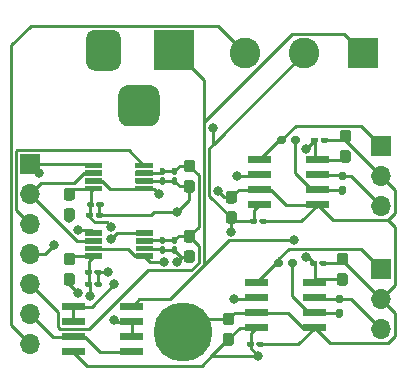
<source format=gbr>
%TF.GenerationSoftware,KiCad,Pcbnew,5.1.9+dfsg1-1+deb11u1*%
%TF.CreationDate,2023-02-23T11:19:56-05:00*%
%TF.ProjectId,DAC8811-sch,44414338-3831-4312-9d73-63682e6b6963,rev?*%
%TF.SameCoordinates,Original*%
%TF.FileFunction,Copper,L1,Top*%
%TF.FilePolarity,Positive*%
%FSLAX46Y46*%
G04 Gerber Fmt 4.6, Leading zero omitted, Abs format (unit mm)*
G04 Created by KiCad (PCBNEW 5.1.9+dfsg1-1+deb11u1) date 2023-02-23 11:19:56*
%MOMM*%
%LPD*%
G01*
G04 APERTURE LIST*
%TA.AperFunction,ComponentPad*%
%ADD10R,1.700000X1.700000*%
%TD*%
%TA.AperFunction,ComponentPad*%
%ADD11O,1.700000X1.700000*%
%TD*%
%TA.AperFunction,ComponentPad*%
%ADD12R,3.500000X3.500000*%
%TD*%
%TA.AperFunction,ComponentPad*%
%ADD13R,2.600000X2.600000*%
%TD*%
%TA.AperFunction,ComponentPad*%
%ADD14C,2.600000*%
%TD*%
%TA.AperFunction,ComponentPad*%
%ADD15C,5.000000*%
%TD*%
%TA.AperFunction,ViaPad*%
%ADD16C,0.800000*%
%TD*%
%TA.AperFunction,Conductor*%
%ADD17C,0.250000*%
%TD*%
G04 APERTURE END LIST*
%TO.P,C1,2*%
%TO.N,GND1*%
%TA.AperFunction,SMDPad,CuDef*%
G36*
G01*
X139683500Y-107879000D02*
X139208500Y-107879000D01*
G75*
G02*
X138971000Y-107641500I0J237500D01*
G01*
X138971000Y-107041500D01*
G75*
G02*
X139208500Y-106804000I237500J0D01*
G01*
X139683500Y-106804000D01*
G75*
G02*
X139921000Y-107041500I0J-237500D01*
G01*
X139921000Y-107641500D01*
G75*
G02*
X139683500Y-107879000I-237500J0D01*
G01*
G37*
%TD.AperFunction*%
%TO.P,C1,1*%
%TO.N,OPAMP_P*%
%TA.AperFunction,SMDPad,CuDef*%
G36*
G01*
X139683500Y-109604000D02*
X139208500Y-109604000D01*
G75*
G02*
X138971000Y-109366500I0J237500D01*
G01*
X138971000Y-108766500D01*
G75*
G02*
X139208500Y-108529000I237500J0D01*
G01*
X139683500Y-108529000D01*
G75*
G02*
X139921000Y-108766500I0J-237500D01*
G01*
X139921000Y-109366500D01*
G75*
G02*
X139683500Y-109604000I-237500J0D01*
G01*
G37*
%TD.AperFunction*%
%TD*%
%TO.P,C2,1*%
%TO.N,GND1*%
%TA.AperFunction,SMDPad,CuDef*%
G36*
G01*
X129556500Y-111984500D02*
X130031500Y-111984500D01*
G75*
G02*
X130269000Y-112222000I0J-237500D01*
G01*
X130269000Y-112822000D01*
G75*
G02*
X130031500Y-113059500I-237500J0D01*
G01*
X129556500Y-113059500D01*
G75*
G02*
X129319000Y-112822000I0J237500D01*
G01*
X129319000Y-112222000D01*
G75*
G02*
X129556500Y-111984500I237500J0D01*
G01*
G37*
%TD.AperFunction*%
%TO.P,C2,2*%
%TO.N,OPAMP_N*%
%TA.AperFunction,SMDPad,CuDef*%
G36*
G01*
X129556500Y-113709500D02*
X130031500Y-113709500D01*
G75*
G02*
X130269000Y-113947000I0J-237500D01*
G01*
X130269000Y-114547000D01*
G75*
G02*
X130031500Y-114784500I-237500J0D01*
G01*
X129556500Y-114784500D01*
G75*
G02*
X129319000Y-114547000I0J237500D01*
G01*
X129319000Y-113947000D01*
G75*
G02*
X129556500Y-113709500I237500J0D01*
G01*
G37*
%TD.AperFunction*%
%TD*%
%TO.P,C3,2*%
%TO.N,GND1*%
%TA.AperFunction,SMDPad,CuDef*%
G36*
G01*
X137350500Y-107796000D02*
X137350500Y-107596000D01*
G75*
G02*
X137450500Y-107496000I100000J0D01*
G01*
X137885500Y-107496000D01*
G75*
G02*
X137985500Y-107596000I0J-100000D01*
G01*
X137985500Y-107796000D01*
G75*
G02*
X137885500Y-107896000I-100000J0D01*
G01*
X137450500Y-107896000D01*
G75*
G02*
X137350500Y-107796000I0J100000D01*
G01*
G37*
%TD.AperFunction*%
%TO.P,C3,1*%
%TO.N,OPAMP_P*%
%TA.AperFunction,SMDPad,CuDef*%
G36*
G01*
X136535500Y-107796000D02*
X136535500Y-107596000D01*
G75*
G02*
X136635500Y-107496000I100000J0D01*
G01*
X137070500Y-107496000D01*
G75*
G02*
X137170500Y-107596000I0J-100000D01*
G01*
X137170500Y-107796000D01*
G75*
G02*
X137070500Y-107896000I-100000J0D01*
G01*
X136635500Y-107896000D01*
G75*
G02*
X136535500Y-107796000I0J100000D01*
G01*
G37*
%TD.AperFunction*%
%TD*%
%TO.P,C4,1*%
%TO.N,GND1*%
%TA.AperFunction,SMDPad,CuDef*%
G36*
G01*
X132805000Y-114454000D02*
X132805000Y-114654000D01*
G75*
G02*
X132705000Y-114754000I-100000J0D01*
G01*
X132270000Y-114754000D01*
G75*
G02*
X132170000Y-114654000I0J100000D01*
G01*
X132170000Y-114454000D01*
G75*
G02*
X132270000Y-114354000I100000J0D01*
G01*
X132705000Y-114354000D01*
G75*
G02*
X132805000Y-114454000I0J-100000D01*
G01*
G37*
%TD.AperFunction*%
%TO.P,C4,2*%
%TO.N,OPAMP_N*%
%TA.AperFunction,SMDPad,CuDef*%
G36*
G01*
X131990000Y-114454000D02*
X131990000Y-114654000D01*
G75*
G02*
X131890000Y-114754000I-100000J0D01*
G01*
X131455000Y-114754000D01*
G75*
G02*
X131355000Y-114654000I0J100000D01*
G01*
X131355000Y-114454000D01*
G75*
G02*
X131455000Y-114354000I100000J0D01*
G01*
X131890000Y-114354000D01*
G75*
G02*
X131990000Y-114454000I0J-100000D01*
G01*
G37*
%TD.AperFunction*%
%TD*%
%TO.P,C5,1*%
%TO.N,DVDD*%
%TA.AperFunction,SMDPad,CuDef*%
G36*
G01*
X126000500Y-115286500D02*
X126475500Y-115286500D01*
G75*
G02*
X126713000Y-115524000I0J-237500D01*
G01*
X126713000Y-116124000D01*
G75*
G02*
X126475500Y-116361500I-237500J0D01*
G01*
X126000500Y-116361500D01*
G75*
G02*
X125763000Y-116124000I0J237500D01*
G01*
X125763000Y-115524000D01*
G75*
G02*
X126000500Y-115286500I237500J0D01*
G01*
G37*
%TD.AperFunction*%
%TO.P,C5,2*%
%TO.N,GND1*%
%TA.AperFunction,SMDPad,CuDef*%
G36*
G01*
X126000500Y-117011500D02*
X126475500Y-117011500D01*
G75*
G02*
X126713000Y-117249000I0J-237500D01*
G01*
X126713000Y-117849000D01*
G75*
G02*
X126475500Y-118086500I-237500J0D01*
G01*
X126000500Y-118086500D01*
G75*
G02*
X125763000Y-117849000I0J237500D01*
G01*
X125763000Y-117249000D01*
G75*
G02*
X126000500Y-117011500I237500J0D01*
G01*
G37*
%TD.AperFunction*%
%TD*%
%TO.P,C6,2*%
%TO.N,GND1*%
%TA.AperFunction,SMDPad,CuDef*%
G36*
G01*
X126000500Y-111069000D02*
X126475500Y-111069000D01*
G75*
G02*
X126713000Y-111306500I0J-237500D01*
G01*
X126713000Y-111906500D01*
G75*
G02*
X126475500Y-112144000I-237500J0D01*
G01*
X126000500Y-112144000D01*
G75*
G02*
X125763000Y-111906500I0J237500D01*
G01*
X125763000Y-111306500D01*
G75*
G02*
X126000500Y-111069000I237500J0D01*
G01*
G37*
%TD.AperFunction*%
%TO.P,C6,1*%
%TO.N,DVDD*%
%TA.AperFunction,SMDPad,CuDef*%
G36*
G01*
X126000500Y-109344000D02*
X126475500Y-109344000D01*
G75*
G02*
X126713000Y-109581500I0J-237500D01*
G01*
X126713000Y-110181500D01*
G75*
G02*
X126475500Y-110419000I-237500J0D01*
G01*
X126000500Y-110419000D01*
G75*
G02*
X125763000Y-110181500I0J237500D01*
G01*
X125763000Y-109581500D01*
G75*
G02*
X126000500Y-109344000I237500J0D01*
G01*
G37*
%TD.AperFunction*%
%TD*%
%TO.P,C7,2*%
%TO.N,GND1*%
%TA.AperFunction,SMDPad,CuDef*%
G36*
G01*
X124868000Y-116676000D02*
X125068000Y-116676000D01*
G75*
G02*
X125168000Y-116776000I0J-100000D01*
G01*
X125168000Y-117211000D01*
G75*
G02*
X125068000Y-117311000I-100000J0D01*
G01*
X124868000Y-117311000D01*
G75*
G02*
X124768000Y-117211000I0J100000D01*
G01*
X124768000Y-116776000D01*
G75*
G02*
X124868000Y-116676000I100000J0D01*
G01*
G37*
%TD.AperFunction*%
%TO.P,C7,1*%
%TO.N,DVDD*%
%TA.AperFunction,SMDPad,CuDef*%
G36*
G01*
X124868000Y-115861000D02*
X125068000Y-115861000D01*
G75*
G02*
X125168000Y-115961000I0J-100000D01*
G01*
X125168000Y-116396000D01*
G75*
G02*
X125068000Y-116496000I-100000J0D01*
G01*
X124868000Y-116496000D01*
G75*
G02*
X124768000Y-116396000I0J100000D01*
G01*
X124768000Y-115961000D01*
G75*
G02*
X124868000Y-115861000I100000J0D01*
G01*
G37*
%TD.AperFunction*%
%TD*%
%TO.P,C8,2*%
%TO.N,GND1*%
%TA.AperFunction,SMDPad,CuDef*%
G36*
G01*
X124868000Y-110834000D02*
X125068000Y-110834000D01*
G75*
G02*
X125168000Y-110934000I0J-100000D01*
G01*
X125168000Y-111369000D01*
G75*
G02*
X125068000Y-111469000I-100000J0D01*
G01*
X124868000Y-111469000D01*
G75*
G02*
X124768000Y-111369000I0J100000D01*
G01*
X124768000Y-110934000D01*
G75*
G02*
X124868000Y-110834000I100000J0D01*
G01*
G37*
%TD.AperFunction*%
%TO.P,C8,1*%
%TO.N,DVDD*%
%TA.AperFunction,SMDPad,CuDef*%
G36*
G01*
X124868000Y-110019000D02*
X125068000Y-110019000D01*
G75*
G02*
X125168000Y-110119000I0J-100000D01*
G01*
X125168000Y-110554000D01*
G75*
G02*
X125068000Y-110654000I-100000J0D01*
G01*
X124868000Y-110654000D01*
G75*
G02*
X124768000Y-110554000I0J100000D01*
G01*
X124768000Y-110119000D01*
G75*
G02*
X124868000Y-110019000I100000J0D01*
G01*
G37*
%TD.AperFunction*%
%TD*%
%TO.P,C9,1*%
%TO.N,DVDD*%
%TA.AperFunction,SMDPad,CuDef*%
G36*
G01*
X123852000Y-115861000D02*
X124052000Y-115861000D01*
G75*
G02*
X124152000Y-115961000I0J-100000D01*
G01*
X124152000Y-116396000D01*
G75*
G02*
X124052000Y-116496000I-100000J0D01*
G01*
X123852000Y-116496000D01*
G75*
G02*
X123752000Y-116396000I0J100000D01*
G01*
X123752000Y-115961000D01*
G75*
G02*
X123852000Y-115861000I100000J0D01*
G01*
G37*
%TD.AperFunction*%
%TO.P,C9,2*%
%TO.N,GND1*%
%TA.AperFunction,SMDPad,CuDef*%
G36*
G01*
X123852000Y-116676000D02*
X124052000Y-116676000D01*
G75*
G02*
X124152000Y-116776000I0J-100000D01*
G01*
X124152000Y-117211000D01*
G75*
G02*
X124052000Y-117311000I-100000J0D01*
G01*
X123852000Y-117311000D01*
G75*
G02*
X123752000Y-117211000I0J100000D01*
G01*
X123752000Y-116776000D01*
G75*
G02*
X123852000Y-116676000I100000J0D01*
G01*
G37*
%TD.AperFunction*%
%TD*%
%TO.P,C10,1*%
%TO.N,DVDD*%
%TA.AperFunction,SMDPad,CuDef*%
G36*
G01*
X123852000Y-110019000D02*
X124052000Y-110019000D01*
G75*
G02*
X124152000Y-110119000I0J-100000D01*
G01*
X124152000Y-110554000D01*
G75*
G02*
X124052000Y-110654000I-100000J0D01*
G01*
X123852000Y-110654000D01*
G75*
G02*
X123752000Y-110554000I0J100000D01*
G01*
X123752000Y-110119000D01*
G75*
G02*
X123852000Y-110019000I100000J0D01*
G01*
G37*
%TD.AperFunction*%
%TO.P,C10,2*%
%TO.N,GND1*%
%TA.AperFunction,SMDPad,CuDef*%
G36*
G01*
X123852000Y-110834000D02*
X124052000Y-110834000D01*
G75*
G02*
X124152000Y-110934000I0J-100000D01*
G01*
X124152000Y-111369000D01*
G75*
G02*
X124052000Y-111469000I-100000J0D01*
G01*
X123852000Y-111469000D01*
G75*
G02*
X123752000Y-111369000I0J100000D01*
G01*
X123752000Y-110934000D01*
G75*
G02*
X123852000Y-110834000I100000J0D01*
G01*
G37*
%TD.AperFunction*%
%TD*%
%TO.P,C21,1*%
%TO.N,OPAMP_P*%
%TA.AperFunction,SMDPad,CuDef*%
G36*
G01*
X139429500Y-120018000D02*
X138954500Y-120018000D01*
G75*
G02*
X138717000Y-119780500I0J237500D01*
G01*
X138717000Y-119180500D01*
G75*
G02*
X138954500Y-118943000I237500J0D01*
G01*
X139429500Y-118943000D01*
G75*
G02*
X139667000Y-119180500I0J-237500D01*
G01*
X139667000Y-119780500D01*
G75*
G02*
X139429500Y-120018000I-237500J0D01*
G01*
G37*
%TD.AperFunction*%
%TO.P,C21,2*%
%TO.N,GND1*%
%TA.AperFunction,SMDPad,CuDef*%
G36*
G01*
X139429500Y-118293000D02*
X138954500Y-118293000D01*
G75*
G02*
X138717000Y-118055500I0J237500D01*
G01*
X138717000Y-117455500D01*
G75*
G02*
X138954500Y-117218000I237500J0D01*
G01*
X139429500Y-117218000D01*
G75*
G02*
X139667000Y-117455500I0J-237500D01*
G01*
X139667000Y-118055500D01*
G75*
G02*
X139429500Y-118293000I-237500J0D01*
G01*
G37*
%TD.AperFunction*%
%TD*%
%TO.P,C22,2*%
%TO.N,OPAMP_N*%
%TA.AperFunction,SMDPad,CuDef*%
G36*
G01*
X129302500Y-124023000D02*
X129777500Y-124023000D01*
G75*
G02*
X130015000Y-124260500I0J-237500D01*
G01*
X130015000Y-124860500D01*
G75*
G02*
X129777500Y-125098000I-237500J0D01*
G01*
X129302500Y-125098000D01*
G75*
G02*
X129065000Y-124860500I0J237500D01*
G01*
X129065000Y-124260500D01*
G75*
G02*
X129302500Y-124023000I237500J0D01*
G01*
G37*
%TD.AperFunction*%
%TO.P,C22,1*%
%TO.N,GND1*%
%TA.AperFunction,SMDPad,CuDef*%
G36*
G01*
X129302500Y-122298000D02*
X129777500Y-122298000D01*
G75*
G02*
X130015000Y-122535500I0J-237500D01*
G01*
X130015000Y-123135500D01*
G75*
G02*
X129777500Y-123373000I-237500J0D01*
G01*
X129302500Y-123373000D01*
G75*
G02*
X129065000Y-123135500I0J237500D01*
G01*
X129065000Y-122535500D01*
G75*
G02*
X129302500Y-122298000I237500J0D01*
G01*
G37*
%TD.AperFunction*%
%TD*%
%TO.P,C23,2*%
%TO.N,GND1*%
%TA.AperFunction,SMDPad,CuDef*%
G36*
G01*
X137250000Y-118210000D02*
X137250000Y-118010000D01*
G75*
G02*
X137350000Y-117910000I100000J0D01*
G01*
X137785000Y-117910000D01*
G75*
G02*
X137885000Y-118010000I0J-100000D01*
G01*
X137885000Y-118210000D01*
G75*
G02*
X137785000Y-118310000I-100000J0D01*
G01*
X137350000Y-118310000D01*
G75*
G02*
X137250000Y-118210000I0J100000D01*
G01*
G37*
%TD.AperFunction*%
%TO.P,C23,1*%
%TO.N,OPAMP_P*%
%TA.AperFunction,SMDPad,CuDef*%
G36*
G01*
X136435000Y-118210000D02*
X136435000Y-118010000D01*
G75*
G02*
X136535000Y-117910000I100000J0D01*
G01*
X136970000Y-117910000D01*
G75*
G02*
X137070000Y-118010000I0J-100000D01*
G01*
X137070000Y-118210000D01*
G75*
G02*
X136970000Y-118310000I-100000J0D01*
G01*
X136535000Y-118310000D01*
G75*
G02*
X136435000Y-118210000I0J100000D01*
G01*
G37*
%TD.AperFunction*%
%TD*%
%TO.P,C24,1*%
%TO.N,GND1*%
%TA.AperFunction,SMDPad,CuDef*%
G36*
G01*
X132551000Y-124868000D02*
X132551000Y-125068000D01*
G75*
G02*
X132451000Y-125168000I-100000J0D01*
G01*
X132016000Y-125168000D01*
G75*
G02*
X131916000Y-125068000I0J100000D01*
G01*
X131916000Y-124868000D01*
G75*
G02*
X132016000Y-124768000I100000J0D01*
G01*
X132451000Y-124768000D01*
G75*
G02*
X132551000Y-124868000I0J-100000D01*
G01*
G37*
%TD.AperFunction*%
%TO.P,C24,2*%
%TO.N,OPAMP_N*%
%TA.AperFunction,SMDPad,CuDef*%
G36*
G01*
X131736000Y-124868000D02*
X131736000Y-125068000D01*
G75*
G02*
X131636000Y-125168000I-100000J0D01*
G01*
X131201000Y-125168000D01*
G75*
G02*
X131101000Y-125068000I0J100000D01*
G01*
X131101000Y-124868000D01*
G75*
G02*
X131201000Y-124768000I100000J0D01*
G01*
X131636000Y-124768000D01*
G75*
G02*
X131736000Y-124868000I0J-100000D01*
G01*
G37*
%TD.AperFunction*%
%TD*%
D10*
%TO.P,J1,1*%
%TO.N,SCLK*%
X112776000Y-109728000D03*
D11*
%TO.P,J1,2*%
%TO.N,SDIN*%
X112776000Y-112268000D03*
%TO.P,J1,3*%
%TO.N,CS_X*%
X112776000Y-114808000D03*
%TO.P,J1,4*%
%TO.N,CS_Y*%
X112776000Y-117348000D03*
%TO.P,J1,5*%
%TO.N,DVDD*%
X112776000Y-119888000D03*
%TO.P,J1,6*%
%TO.N,5V*%
X112776000Y-122428000D03*
%TO.P,J1,7*%
%TO.N,GND1*%
X112776000Y-124968000D03*
%TD*%
D12*
%TO.P,J3,1*%
%TO.N,OPAMP_P*%
X124968000Y-100076000D03*
%TO.P,J3,2*%
%TO.N,OPAMP_N*%
%TA.AperFunction,ComponentPad*%
G36*
G01*
X117468000Y-101076000D02*
X117468000Y-99076000D01*
G75*
G02*
X118218000Y-98326000I750000J0D01*
G01*
X119718000Y-98326000D01*
G75*
G02*
X120468000Y-99076000I0J-750000D01*
G01*
X120468000Y-101076000D01*
G75*
G02*
X119718000Y-101826000I-750000J0D01*
G01*
X118218000Y-101826000D01*
G75*
G02*
X117468000Y-101076000I0J750000D01*
G01*
G37*
%TD.AperFunction*%
%TO.P,J3,3*%
%TO.N,N/C*%
%TA.AperFunction,ComponentPad*%
G36*
G01*
X120218000Y-105651000D02*
X120218000Y-103901000D01*
G75*
G02*
X121093000Y-103026000I875000J0D01*
G01*
X122843000Y-103026000D01*
G75*
G02*
X123718000Y-103901000I0J-875000D01*
G01*
X123718000Y-105651000D01*
G75*
G02*
X122843000Y-106526000I-875000J0D01*
G01*
X121093000Y-106526000D01*
G75*
G02*
X120218000Y-105651000I0J875000D01*
G01*
G37*
%TD.AperFunction*%
%TD*%
D10*
%TO.P,J4,1*%
%TO.N,VOUT_Y_P*%
X142494000Y-118618000D03*
D11*
%TO.P,J4,2*%
%TO.N,GND1*%
X142494000Y-121158000D03*
%TO.P,J4,3*%
%TO.N,VOUT_Y_N*%
X142494000Y-123698000D03*
%TD*%
%TO.P,J5,3*%
%TO.N,VOUT_X_N*%
X142494000Y-113284000D03*
%TO.P,J5,2*%
%TO.N,GND1*%
X142494000Y-110744000D03*
D10*
%TO.P,J5,1*%
%TO.N,VOUT_X_P*%
X142494000Y-108204000D03*
%TD*%
%TO.P,R1,2*%
%TO.N,Net-(R1-Pad2)*%
%TA.AperFunction,SMDPad,CuDef*%
G36*
G01*
X138778000Y-121995500D02*
X139098000Y-121995500D01*
G75*
G02*
X139258000Y-122155500I0J-160000D01*
G01*
X139258000Y-122550500D01*
G75*
G02*
X139098000Y-122710500I-160000J0D01*
G01*
X138778000Y-122710500D01*
G75*
G02*
X138618000Y-122550500I0J160000D01*
G01*
X138618000Y-122155500D01*
G75*
G02*
X138778000Y-121995500I160000J0D01*
G01*
G37*
%TD.AperFunction*%
%TO.P,R1,1*%
%TO.N,VOUT_Y_N*%
%TA.AperFunction,SMDPad,CuDef*%
G36*
G01*
X138778000Y-120800500D02*
X139098000Y-120800500D01*
G75*
G02*
X139258000Y-120960500I0J-160000D01*
G01*
X139258000Y-121355500D01*
G75*
G02*
X139098000Y-121515500I-160000J0D01*
G01*
X138778000Y-121515500D01*
G75*
G02*
X138618000Y-121355500I0J160000D01*
G01*
X138618000Y-120960500D01*
G75*
G02*
X138778000Y-120800500I160000J0D01*
G01*
G37*
%TD.AperFunction*%
%TD*%
%TO.P,R2,1*%
%TO.N,VOUT_Y_P*%
%TA.AperFunction,SMDPad,CuDef*%
G36*
G01*
X133411000Y-118270000D02*
X133411000Y-117950000D01*
G75*
G02*
X133571000Y-117790000I160000J0D01*
G01*
X133966000Y-117790000D01*
G75*
G02*
X134126000Y-117950000I0J-160000D01*
G01*
X134126000Y-118270000D01*
G75*
G02*
X133966000Y-118430000I-160000J0D01*
G01*
X133571000Y-118430000D01*
G75*
G02*
X133411000Y-118270000I0J160000D01*
G01*
G37*
%TD.AperFunction*%
%TO.P,R2,2*%
%TO.N,Net-(R1-Pad2)*%
%TA.AperFunction,SMDPad,CuDef*%
G36*
G01*
X134606000Y-118270000D02*
X134606000Y-117950000D01*
G75*
G02*
X134766000Y-117790000I160000J0D01*
G01*
X135161000Y-117790000D01*
G75*
G02*
X135321000Y-117950000I0J-160000D01*
G01*
X135321000Y-118270000D01*
G75*
G02*
X135161000Y-118430000I-160000J0D01*
G01*
X134766000Y-118430000D01*
G75*
G02*
X134606000Y-118270000I0J160000D01*
G01*
G37*
%TD.AperFunction*%
%TD*%
%TO.P,R3,2*%
%TO.N,Net-(R3-Pad2)*%
%TA.AperFunction,SMDPad,CuDef*%
G36*
G01*
X139032000Y-111581500D02*
X139352000Y-111581500D01*
G75*
G02*
X139512000Y-111741500I0J-160000D01*
G01*
X139512000Y-112136500D01*
G75*
G02*
X139352000Y-112296500I-160000J0D01*
G01*
X139032000Y-112296500D01*
G75*
G02*
X138872000Y-112136500I0J160000D01*
G01*
X138872000Y-111741500D01*
G75*
G02*
X139032000Y-111581500I160000J0D01*
G01*
G37*
%TD.AperFunction*%
%TO.P,R3,1*%
%TO.N,VOUT_X_N*%
%TA.AperFunction,SMDPad,CuDef*%
G36*
G01*
X139032000Y-110386500D02*
X139352000Y-110386500D01*
G75*
G02*
X139512000Y-110546500I0J-160000D01*
G01*
X139512000Y-110941500D01*
G75*
G02*
X139352000Y-111101500I-160000J0D01*
G01*
X139032000Y-111101500D01*
G75*
G02*
X138872000Y-110941500I0J160000D01*
G01*
X138872000Y-110546500D01*
G75*
G02*
X139032000Y-110386500I160000J0D01*
G01*
G37*
%TD.AperFunction*%
%TD*%
%TO.P,R4,1*%
%TO.N,VOUT_X_P*%
%TA.AperFunction,SMDPad,CuDef*%
G36*
G01*
X133665000Y-107856000D02*
X133665000Y-107536000D01*
G75*
G02*
X133825000Y-107376000I160000J0D01*
G01*
X134220000Y-107376000D01*
G75*
G02*
X134380000Y-107536000I0J-160000D01*
G01*
X134380000Y-107856000D01*
G75*
G02*
X134220000Y-108016000I-160000J0D01*
G01*
X133825000Y-108016000D01*
G75*
G02*
X133665000Y-107856000I0J160000D01*
G01*
G37*
%TD.AperFunction*%
%TO.P,R4,2*%
%TO.N,Net-(R3-Pad2)*%
%TA.AperFunction,SMDPad,CuDef*%
G36*
G01*
X134860000Y-107856000D02*
X134860000Y-107536000D01*
G75*
G02*
X135020000Y-107376000I160000J0D01*
G01*
X135415000Y-107376000D01*
G75*
G02*
X135575000Y-107536000I0J-160000D01*
G01*
X135575000Y-107856000D01*
G75*
G02*
X135415000Y-108016000I-160000J0D01*
G01*
X135020000Y-108016000D01*
G75*
G02*
X134860000Y-107856000I0J160000D01*
G01*
G37*
%TD.AperFunction*%
%TD*%
%TO.P,U1,8*%
%TO.N,CS_Y*%
%TA.AperFunction,SMDPad,CuDef*%
G36*
G01*
X121693000Y-115781200D02*
X121693000Y-115358800D01*
G75*
G02*
X121721800Y-115330000I28800J0D01*
G01*
X123134200Y-115330000D01*
G75*
G02*
X123163000Y-115358800I0J-28800D01*
G01*
X123163000Y-115781200D01*
G75*
G02*
X123134200Y-115810000I-28800J0D01*
G01*
X121721800Y-115810000D01*
G75*
G02*
X121693000Y-115781200I0J28800D01*
G01*
G37*
%TD.AperFunction*%
%TO.P,U1,7*%
%TO.N,DVDD*%
%TA.AperFunction,SMDPad,CuDef*%
G36*
G01*
X121693000Y-116431200D02*
X121693000Y-116008800D01*
G75*
G02*
X121721800Y-115980000I28800J0D01*
G01*
X123134200Y-115980000D01*
G75*
G02*
X123163000Y-116008800I0J-28800D01*
G01*
X123163000Y-116431200D01*
G75*
G02*
X123134200Y-116460000I-28800J0D01*
G01*
X121721800Y-116460000D01*
G75*
G02*
X121693000Y-116431200I0J28800D01*
G01*
G37*
%TD.AperFunction*%
%TO.P,U1,6*%
%TO.N,GND1*%
%TA.AperFunction,SMDPad,CuDef*%
G36*
G01*
X121693000Y-117081200D02*
X121693000Y-116658800D01*
G75*
G02*
X121721800Y-116630000I28800J0D01*
G01*
X123134200Y-116630000D01*
G75*
G02*
X123163000Y-116658800I0J-28800D01*
G01*
X123163000Y-117081200D01*
G75*
G02*
X123134200Y-117110000I-28800J0D01*
G01*
X121721800Y-117110000D01*
G75*
G02*
X121693000Y-117081200I0J28800D01*
G01*
G37*
%TD.AperFunction*%
%TO.P,U1,5*%
%TO.N,Net-(U1-Pad3)*%
%TA.AperFunction,SMDPad,CuDef*%
G36*
G01*
X121693000Y-117731200D02*
X121693000Y-117308800D01*
G75*
G02*
X121721800Y-117280000I28800J0D01*
G01*
X123134200Y-117280000D01*
G75*
G02*
X123163000Y-117308800I0J-28800D01*
G01*
X123163000Y-117731200D01*
G75*
G02*
X123134200Y-117760000I-28800J0D01*
G01*
X121721800Y-117760000D01*
G75*
G02*
X121693000Y-117731200I0J28800D01*
G01*
G37*
%TD.AperFunction*%
%TO.P,U1,4*%
%TO.N,Vref_y*%
%TA.AperFunction,SMDPad,CuDef*%
G36*
G01*
X117393000Y-117731200D02*
X117393000Y-117308800D01*
G75*
G02*
X117421800Y-117280000I28800J0D01*
G01*
X118834200Y-117280000D01*
G75*
G02*
X118863000Y-117308800I0J-28800D01*
G01*
X118863000Y-117731200D01*
G75*
G02*
X118834200Y-117760000I-28800J0D01*
G01*
X117421800Y-117760000D01*
G75*
G02*
X117393000Y-117731200I0J28800D01*
G01*
G37*
%TD.AperFunction*%
%TO.P,U1,3*%
%TO.N,Net-(U1-Pad3)*%
%TA.AperFunction,SMDPad,CuDef*%
G36*
G01*
X117393000Y-117081200D02*
X117393000Y-116658800D01*
G75*
G02*
X117421800Y-116630000I28800J0D01*
G01*
X118834200Y-116630000D01*
G75*
G02*
X118863000Y-116658800I0J-28800D01*
G01*
X118863000Y-117081200D01*
G75*
G02*
X118834200Y-117110000I-28800J0D01*
G01*
X117421800Y-117110000D01*
G75*
G02*
X117393000Y-117081200I0J28800D01*
G01*
G37*
%TD.AperFunction*%
%TO.P,U1,2*%
%TO.N,SDIN*%
%TA.AperFunction,SMDPad,CuDef*%
G36*
G01*
X117393000Y-116431200D02*
X117393000Y-116008800D01*
G75*
G02*
X117421800Y-115980000I28800J0D01*
G01*
X118834200Y-115980000D01*
G75*
G02*
X118863000Y-116008800I0J-28800D01*
G01*
X118863000Y-116431200D01*
G75*
G02*
X118834200Y-116460000I-28800J0D01*
G01*
X117421800Y-116460000D01*
G75*
G02*
X117393000Y-116431200I0J28800D01*
G01*
G37*
%TD.AperFunction*%
%TO.P,U1,1*%
%TO.N,SCLK*%
%TA.AperFunction,SMDPad,CuDef*%
G36*
G01*
X117393000Y-115781200D02*
X117393000Y-115358800D01*
G75*
G02*
X117421800Y-115330000I28800J0D01*
G01*
X118834200Y-115330000D01*
G75*
G02*
X118863000Y-115358800I0J-28800D01*
G01*
X118863000Y-115781200D01*
G75*
G02*
X118834200Y-115810000I-28800J0D01*
G01*
X117421800Y-115810000D01*
G75*
G02*
X117393000Y-115781200I0J28800D01*
G01*
G37*
%TD.AperFunction*%
%TD*%
%TO.P,U2,1*%
%TO.N,SCLK*%
%TA.AperFunction,SMDPad,CuDef*%
G36*
G01*
X117375000Y-110051200D02*
X117375000Y-109628800D01*
G75*
G02*
X117403800Y-109600000I28800J0D01*
G01*
X118816200Y-109600000D01*
G75*
G02*
X118845000Y-109628800I0J-28800D01*
G01*
X118845000Y-110051200D01*
G75*
G02*
X118816200Y-110080000I-28800J0D01*
G01*
X117403800Y-110080000D01*
G75*
G02*
X117375000Y-110051200I0J28800D01*
G01*
G37*
%TD.AperFunction*%
%TO.P,U2,2*%
%TO.N,SDIN*%
%TA.AperFunction,SMDPad,CuDef*%
G36*
G01*
X117375000Y-110701200D02*
X117375000Y-110278800D01*
G75*
G02*
X117403800Y-110250000I28800J0D01*
G01*
X118816200Y-110250000D01*
G75*
G02*
X118845000Y-110278800I0J-28800D01*
G01*
X118845000Y-110701200D01*
G75*
G02*
X118816200Y-110730000I-28800J0D01*
G01*
X117403800Y-110730000D01*
G75*
G02*
X117375000Y-110701200I0J28800D01*
G01*
G37*
%TD.AperFunction*%
%TO.P,U2,3*%
%TO.N,Net-(U2-Pad3)*%
%TA.AperFunction,SMDPad,CuDef*%
G36*
G01*
X117375000Y-111351200D02*
X117375000Y-110928800D01*
G75*
G02*
X117403800Y-110900000I28800J0D01*
G01*
X118816200Y-110900000D01*
G75*
G02*
X118845000Y-110928800I0J-28800D01*
G01*
X118845000Y-111351200D01*
G75*
G02*
X118816200Y-111380000I-28800J0D01*
G01*
X117403800Y-111380000D01*
G75*
G02*
X117375000Y-111351200I0J28800D01*
G01*
G37*
%TD.AperFunction*%
%TO.P,U2,4*%
%TO.N,Vref_x*%
%TA.AperFunction,SMDPad,CuDef*%
G36*
G01*
X117375000Y-112001200D02*
X117375000Y-111578800D01*
G75*
G02*
X117403800Y-111550000I28800J0D01*
G01*
X118816200Y-111550000D01*
G75*
G02*
X118845000Y-111578800I0J-28800D01*
G01*
X118845000Y-112001200D01*
G75*
G02*
X118816200Y-112030000I-28800J0D01*
G01*
X117403800Y-112030000D01*
G75*
G02*
X117375000Y-112001200I0J28800D01*
G01*
G37*
%TD.AperFunction*%
%TO.P,U2,5*%
%TO.N,Net-(U2-Pad3)*%
%TA.AperFunction,SMDPad,CuDef*%
G36*
G01*
X121675000Y-112001200D02*
X121675000Y-111578800D01*
G75*
G02*
X121703800Y-111550000I28800J0D01*
G01*
X123116200Y-111550000D01*
G75*
G02*
X123145000Y-111578800I0J-28800D01*
G01*
X123145000Y-112001200D01*
G75*
G02*
X123116200Y-112030000I-28800J0D01*
G01*
X121703800Y-112030000D01*
G75*
G02*
X121675000Y-112001200I0J28800D01*
G01*
G37*
%TD.AperFunction*%
%TO.P,U2,6*%
%TO.N,GND1*%
%TA.AperFunction,SMDPad,CuDef*%
G36*
G01*
X121675000Y-111351200D02*
X121675000Y-110928800D01*
G75*
G02*
X121703800Y-110900000I28800J0D01*
G01*
X123116200Y-110900000D01*
G75*
G02*
X123145000Y-110928800I0J-28800D01*
G01*
X123145000Y-111351200D01*
G75*
G02*
X123116200Y-111380000I-28800J0D01*
G01*
X121703800Y-111380000D01*
G75*
G02*
X121675000Y-111351200I0J28800D01*
G01*
G37*
%TD.AperFunction*%
%TO.P,U2,7*%
%TO.N,DVDD*%
%TA.AperFunction,SMDPad,CuDef*%
G36*
G01*
X121675000Y-110701200D02*
X121675000Y-110278800D01*
G75*
G02*
X121703800Y-110250000I28800J0D01*
G01*
X123116200Y-110250000D01*
G75*
G02*
X123145000Y-110278800I0J-28800D01*
G01*
X123145000Y-110701200D01*
G75*
G02*
X123116200Y-110730000I-28800J0D01*
G01*
X121703800Y-110730000D01*
G75*
G02*
X121675000Y-110701200I0J28800D01*
G01*
G37*
%TD.AperFunction*%
%TO.P,U2,8*%
%TO.N,CS_X*%
%TA.AperFunction,SMDPad,CuDef*%
G36*
G01*
X121675000Y-110051200D02*
X121675000Y-109628800D01*
G75*
G02*
X121703800Y-109600000I28800J0D01*
G01*
X123116200Y-109600000D01*
G75*
G02*
X123145000Y-109628800I0J-28800D01*
G01*
X123145000Y-110051200D01*
G75*
G02*
X123116200Y-110080000I-28800J0D01*
G01*
X121703800Y-110080000D01*
G75*
G02*
X121675000Y-110051200I0J28800D01*
G01*
G37*
%TD.AperFunction*%
%TD*%
%TO.P,U3,1*%
%TO.N,VOUT_Y_P*%
%TA.AperFunction,SMDPad,CuDef*%
G36*
G01*
X130911000Y-120019000D02*
X130911000Y-119503000D01*
G75*
G02*
X130953000Y-119461000I42000J0D01*
G01*
X132839000Y-119461000D01*
G75*
G02*
X132881000Y-119503000I0J-42000D01*
G01*
X132881000Y-120019000D01*
G75*
G02*
X132839000Y-120061000I-42000J0D01*
G01*
X130953000Y-120061000D01*
G75*
G02*
X130911000Y-120019000I0J42000D01*
G01*
G37*
%TD.AperFunction*%
%TO.P,U3,2*%
%TO.N,Net-(U1-Pad3)*%
%TA.AperFunction,SMDPad,CuDef*%
G36*
G01*
X130911000Y-121289000D02*
X130911000Y-120773000D01*
G75*
G02*
X130953000Y-120731000I42000J0D01*
G01*
X132839000Y-120731000D01*
G75*
G02*
X132881000Y-120773000I0J-42000D01*
G01*
X132881000Y-121289000D01*
G75*
G02*
X132839000Y-121331000I-42000J0D01*
G01*
X130953000Y-121331000D01*
G75*
G02*
X130911000Y-121289000I0J42000D01*
G01*
G37*
%TD.AperFunction*%
%TO.P,U3,3*%
%TO.N,GND1*%
%TA.AperFunction,SMDPad,CuDef*%
G36*
G01*
X130911000Y-122559000D02*
X130911000Y-122043000D01*
G75*
G02*
X130953000Y-122001000I42000J0D01*
G01*
X132839000Y-122001000D01*
G75*
G02*
X132881000Y-122043000I0J-42000D01*
G01*
X132881000Y-122559000D01*
G75*
G02*
X132839000Y-122601000I-42000J0D01*
G01*
X130953000Y-122601000D01*
G75*
G02*
X130911000Y-122559000I0J42000D01*
G01*
G37*
%TD.AperFunction*%
%TO.P,U3,4*%
%TO.N,OPAMP_N*%
%TA.AperFunction,SMDPad,CuDef*%
G36*
G01*
X130911000Y-123829000D02*
X130911000Y-123313000D01*
G75*
G02*
X130953000Y-123271000I42000J0D01*
G01*
X132839000Y-123271000D01*
G75*
G02*
X132881000Y-123313000I0J-42000D01*
G01*
X132881000Y-123829000D01*
G75*
G02*
X132839000Y-123871000I-42000J0D01*
G01*
X130953000Y-123871000D01*
G75*
G02*
X130911000Y-123829000I0J42000D01*
G01*
G37*
%TD.AperFunction*%
%TO.P,U3,5*%
%TO.N,GND1*%
%TA.AperFunction,SMDPad,CuDef*%
G36*
G01*
X135851000Y-123829000D02*
X135851000Y-123313000D01*
G75*
G02*
X135893000Y-123271000I42000J0D01*
G01*
X137779000Y-123271000D01*
G75*
G02*
X137821000Y-123313000I0J-42000D01*
G01*
X137821000Y-123829000D01*
G75*
G02*
X137779000Y-123871000I-42000J0D01*
G01*
X135893000Y-123871000D01*
G75*
G02*
X135851000Y-123829000I0J42000D01*
G01*
G37*
%TD.AperFunction*%
%TO.P,U3,6*%
%TO.N,Net-(R1-Pad2)*%
%TA.AperFunction,SMDPad,CuDef*%
G36*
G01*
X135851000Y-122559000D02*
X135851000Y-122043000D01*
G75*
G02*
X135893000Y-122001000I42000J0D01*
G01*
X137779000Y-122001000D01*
G75*
G02*
X137821000Y-122043000I0J-42000D01*
G01*
X137821000Y-122559000D01*
G75*
G02*
X137779000Y-122601000I-42000J0D01*
G01*
X135893000Y-122601000D01*
G75*
G02*
X135851000Y-122559000I0J42000D01*
G01*
G37*
%TD.AperFunction*%
%TO.P,U3,7*%
%TO.N,VOUT_Y_N*%
%TA.AperFunction,SMDPad,CuDef*%
G36*
G01*
X135851000Y-121289000D02*
X135851000Y-120773000D01*
G75*
G02*
X135893000Y-120731000I42000J0D01*
G01*
X137779000Y-120731000D01*
G75*
G02*
X137821000Y-120773000I0J-42000D01*
G01*
X137821000Y-121289000D01*
G75*
G02*
X137779000Y-121331000I-42000J0D01*
G01*
X135893000Y-121331000D01*
G75*
G02*
X135851000Y-121289000I0J42000D01*
G01*
G37*
%TD.AperFunction*%
%TO.P,U3,8*%
%TO.N,OPAMP_P*%
%TA.AperFunction,SMDPad,CuDef*%
G36*
G01*
X135851000Y-120019000D02*
X135851000Y-119503000D01*
G75*
G02*
X135893000Y-119461000I42000J0D01*
G01*
X137779000Y-119461000D01*
G75*
G02*
X137821000Y-119503000I0J-42000D01*
G01*
X137821000Y-120019000D01*
G75*
G02*
X137779000Y-120061000I-42000J0D01*
G01*
X135893000Y-120061000D01*
G75*
G02*
X135851000Y-120019000I0J42000D01*
G01*
G37*
%TD.AperFunction*%
%TD*%
%TO.P,U4,8*%
%TO.N,OPAMP_P*%
%TA.AperFunction,SMDPad,CuDef*%
G36*
G01*
X136105000Y-109605000D02*
X136105000Y-109089000D01*
G75*
G02*
X136147000Y-109047000I42000J0D01*
G01*
X138033000Y-109047000D01*
G75*
G02*
X138075000Y-109089000I0J-42000D01*
G01*
X138075000Y-109605000D01*
G75*
G02*
X138033000Y-109647000I-42000J0D01*
G01*
X136147000Y-109647000D01*
G75*
G02*
X136105000Y-109605000I0J42000D01*
G01*
G37*
%TD.AperFunction*%
%TO.P,U4,7*%
%TO.N,VOUT_X_N*%
%TA.AperFunction,SMDPad,CuDef*%
G36*
G01*
X136105000Y-110875000D02*
X136105000Y-110359000D01*
G75*
G02*
X136147000Y-110317000I42000J0D01*
G01*
X138033000Y-110317000D01*
G75*
G02*
X138075000Y-110359000I0J-42000D01*
G01*
X138075000Y-110875000D01*
G75*
G02*
X138033000Y-110917000I-42000J0D01*
G01*
X136147000Y-110917000D01*
G75*
G02*
X136105000Y-110875000I0J42000D01*
G01*
G37*
%TD.AperFunction*%
%TO.P,U4,6*%
%TO.N,Net-(R3-Pad2)*%
%TA.AperFunction,SMDPad,CuDef*%
G36*
G01*
X136105000Y-112145000D02*
X136105000Y-111629000D01*
G75*
G02*
X136147000Y-111587000I42000J0D01*
G01*
X138033000Y-111587000D01*
G75*
G02*
X138075000Y-111629000I0J-42000D01*
G01*
X138075000Y-112145000D01*
G75*
G02*
X138033000Y-112187000I-42000J0D01*
G01*
X136147000Y-112187000D01*
G75*
G02*
X136105000Y-112145000I0J42000D01*
G01*
G37*
%TD.AperFunction*%
%TO.P,U4,5*%
%TO.N,GND1*%
%TA.AperFunction,SMDPad,CuDef*%
G36*
G01*
X136105000Y-113415000D02*
X136105000Y-112899000D01*
G75*
G02*
X136147000Y-112857000I42000J0D01*
G01*
X138033000Y-112857000D01*
G75*
G02*
X138075000Y-112899000I0J-42000D01*
G01*
X138075000Y-113415000D01*
G75*
G02*
X138033000Y-113457000I-42000J0D01*
G01*
X136147000Y-113457000D01*
G75*
G02*
X136105000Y-113415000I0J42000D01*
G01*
G37*
%TD.AperFunction*%
%TO.P,U4,4*%
%TO.N,OPAMP_N*%
%TA.AperFunction,SMDPad,CuDef*%
G36*
G01*
X131165000Y-113415000D02*
X131165000Y-112899000D01*
G75*
G02*
X131207000Y-112857000I42000J0D01*
G01*
X133093000Y-112857000D01*
G75*
G02*
X133135000Y-112899000I0J-42000D01*
G01*
X133135000Y-113415000D01*
G75*
G02*
X133093000Y-113457000I-42000J0D01*
G01*
X131207000Y-113457000D01*
G75*
G02*
X131165000Y-113415000I0J42000D01*
G01*
G37*
%TD.AperFunction*%
%TO.P,U4,3*%
%TO.N,GND1*%
%TA.AperFunction,SMDPad,CuDef*%
G36*
G01*
X131165000Y-112145000D02*
X131165000Y-111629000D01*
G75*
G02*
X131207000Y-111587000I42000J0D01*
G01*
X133093000Y-111587000D01*
G75*
G02*
X133135000Y-111629000I0J-42000D01*
G01*
X133135000Y-112145000D01*
G75*
G02*
X133093000Y-112187000I-42000J0D01*
G01*
X131207000Y-112187000D01*
G75*
G02*
X131165000Y-112145000I0J42000D01*
G01*
G37*
%TD.AperFunction*%
%TO.P,U4,2*%
%TO.N,Net-(U2-Pad3)*%
%TA.AperFunction,SMDPad,CuDef*%
G36*
G01*
X131165000Y-110875000D02*
X131165000Y-110359000D01*
G75*
G02*
X131207000Y-110317000I42000J0D01*
G01*
X133093000Y-110317000D01*
G75*
G02*
X133135000Y-110359000I0J-42000D01*
G01*
X133135000Y-110875000D01*
G75*
G02*
X133093000Y-110917000I-42000J0D01*
G01*
X131207000Y-110917000D01*
G75*
G02*
X131165000Y-110875000I0J42000D01*
G01*
G37*
%TD.AperFunction*%
%TO.P,U4,1*%
%TO.N,VOUT_X_P*%
%TA.AperFunction,SMDPad,CuDef*%
G36*
G01*
X131165000Y-109605000D02*
X131165000Y-109089000D01*
G75*
G02*
X131207000Y-109047000I42000J0D01*
G01*
X133093000Y-109047000D01*
G75*
G02*
X133135000Y-109089000I0J-42000D01*
G01*
X133135000Y-109605000D01*
G75*
G02*
X133093000Y-109647000I-42000J0D01*
G01*
X131207000Y-109647000D01*
G75*
G02*
X131165000Y-109605000I0J42000D01*
G01*
G37*
%TD.AperFunction*%
%TD*%
%TO.P,U5,1*%
%TO.N,Vref_x*%
%TA.AperFunction,SMDPad,CuDef*%
G36*
G01*
X115417000Y-122051000D02*
X115417000Y-121535000D01*
G75*
G02*
X115459000Y-121493000I42000J0D01*
G01*
X117345000Y-121493000D01*
G75*
G02*
X117387000Y-121535000I0J-42000D01*
G01*
X117387000Y-122051000D01*
G75*
G02*
X117345000Y-122093000I-42000J0D01*
G01*
X115459000Y-122093000D01*
G75*
G02*
X115417000Y-122051000I0J42000D01*
G01*
G37*
%TD.AperFunction*%
%TO.P,U5,2*%
%TA.AperFunction,SMDPad,CuDef*%
G36*
G01*
X115417000Y-123321000D02*
X115417000Y-122805000D01*
G75*
G02*
X115459000Y-122763000I42000J0D01*
G01*
X117345000Y-122763000D01*
G75*
G02*
X117387000Y-122805000I0J-42000D01*
G01*
X117387000Y-123321000D01*
G75*
G02*
X117345000Y-123363000I-42000J0D01*
G01*
X115459000Y-123363000D01*
G75*
G02*
X115417000Y-123321000I0J42000D01*
G01*
G37*
%TD.AperFunction*%
%TO.P,U5,3*%
%TO.N,5V*%
%TA.AperFunction,SMDPad,CuDef*%
G36*
G01*
X115417000Y-124591000D02*
X115417000Y-124075000D01*
G75*
G02*
X115459000Y-124033000I42000J0D01*
G01*
X117345000Y-124033000D01*
G75*
G02*
X117387000Y-124075000I0J-42000D01*
G01*
X117387000Y-124591000D01*
G75*
G02*
X117345000Y-124633000I-42000J0D01*
G01*
X115459000Y-124633000D01*
G75*
G02*
X115417000Y-124591000I0J42000D01*
G01*
G37*
%TD.AperFunction*%
%TO.P,U5,4*%
%TO.N,OPAMP_N*%
%TA.AperFunction,SMDPad,CuDef*%
G36*
G01*
X115417000Y-125861000D02*
X115417000Y-125345000D01*
G75*
G02*
X115459000Y-125303000I42000J0D01*
G01*
X117345000Y-125303000D01*
G75*
G02*
X117387000Y-125345000I0J-42000D01*
G01*
X117387000Y-125861000D01*
G75*
G02*
X117345000Y-125903000I-42000J0D01*
G01*
X115459000Y-125903000D01*
G75*
G02*
X115417000Y-125861000I0J42000D01*
G01*
G37*
%TD.AperFunction*%
%TO.P,U5,5*%
%TO.N,5V*%
%TA.AperFunction,SMDPad,CuDef*%
G36*
G01*
X120357000Y-125861000D02*
X120357000Y-125345000D01*
G75*
G02*
X120399000Y-125303000I42000J0D01*
G01*
X122285000Y-125303000D01*
G75*
G02*
X122327000Y-125345000I0J-42000D01*
G01*
X122327000Y-125861000D01*
G75*
G02*
X122285000Y-125903000I-42000J0D01*
G01*
X120399000Y-125903000D01*
G75*
G02*
X120357000Y-125861000I0J42000D01*
G01*
G37*
%TD.AperFunction*%
%TO.P,U5,6*%
%TO.N,Vref_y*%
%TA.AperFunction,SMDPad,CuDef*%
G36*
G01*
X120357000Y-124591000D02*
X120357000Y-124075000D01*
G75*
G02*
X120399000Y-124033000I42000J0D01*
G01*
X122285000Y-124033000D01*
G75*
G02*
X122327000Y-124075000I0J-42000D01*
G01*
X122327000Y-124591000D01*
G75*
G02*
X122285000Y-124633000I-42000J0D01*
G01*
X120399000Y-124633000D01*
G75*
G02*
X120357000Y-124591000I0J42000D01*
G01*
G37*
%TD.AperFunction*%
%TO.P,U5,7*%
%TA.AperFunction,SMDPad,CuDef*%
G36*
G01*
X120357000Y-123321000D02*
X120357000Y-122805000D01*
G75*
G02*
X120399000Y-122763000I42000J0D01*
G01*
X122285000Y-122763000D01*
G75*
G02*
X122327000Y-122805000I0J-42000D01*
G01*
X122327000Y-123321000D01*
G75*
G02*
X122285000Y-123363000I-42000J0D01*
G01*
X120399000Y-123363000D01*
G75*
G02*
X120357000Y-123321000I0J42000D01*
G01*
G37*
%TD.AperFunction*%
%TO.P,U5,8*%
%TO.N,OPAMP_P*%
%TA.AperFunction,SMDPad,CuDef*%
G36*
G01*
X120357000Y-122051000D02*
X120357000Y-121535000D01*
G75*
G02*
X120399000Y-121493000I42000J0D01*
G01*
X122285000Y-121493000D01*
G75*
G02*
X122327000Y-121535000I0J-42000D01*
G01*
X122327000Y-122051000D01*
G75*
G02*
X122285000Y-122093000I-42000J0D01*
G01*
X120399000Y-122093000D01*
G75*
G02*
X120357000Y-122051000I0J42000D01*
G01*
G37*
%TD.AperFunction*%
%TD*%
%TO.P,C11,2*%
%TO.N,GND1*%
%TA.AperFunction,SMDPad,CuDef*%
G36*
G01*
X115840500Y-113455500D02*
X116315500Y-113455500D01*
G75*
G02*
X116553000Y-113693000I0J-237500D01*
G01*
X116553000Y-114293000D01*
G75*
G02*
X116315500Y-114530500I-237500J0D01*
G01*
X115840500Y-114530500D01*
G75*
G02*
X115603000Y-114293000I0J237500D01*
G01*
X115603000Y-113693000D01*
G75*
G02*
X115840500Y-113455500I237500J0D01*
G01*
G37*
%TD.AperFunction*%
%TO.P,C11,1*%
%TO.N,Vref_x*%
%TA.AperFunction,SMDPad,CuDef*%
G36*
G01*
X115840500Y-111730500D02*
X116315500Y-111730500D01*
G75*
G02*
X116553000Y-111968000I0J-237500D01*
G01*
X116553000Y-112568000D01*
G75*
G02*
X116315500Y-112805500I-237500J0D01*
G01*
X115840500Y-112805500D01*
G75*
G02*
X115603000Y-112568000I0J237500D01*
G01*
X115603000Y-111968000D01*
G75*
G02*
X115840500Y-111730500I237500J0D01*
G01*
G37*
%TD.AperFunction*%
%TD*%
%TO.P,C12,1*%
%TO.N,Vref_y*%
%TA.AperFunction,SMDPad,CuDef*%
G36*
G01*
X115840500Y-117218000D02*
X116315500Y-117218000D01*
G75*
G02*
X116553000Y-117455500I0J-237500D01*
G01*
X116553000Y-118055500D01*
G75*
G02*
X116315500Y-118293000I-237500J0D01*
G01*
X115840500Y-118293000D01*
G75*
G02*
X115603000Y-118055500I0J237500D01*
G01*
X115603000Y-117455500D01*
G75*
G02*
X115840500Y-117218000I237500J0D01*
G01*
G37*
%TD.AperFunction*%
%TO.P,C12,2*%
%TO.N,GND1*%
%TA.AperFunction,SMDPad,CuDef*%
G36*
G01*
X115840500Y-118943000D02*
X116315500Y-118943000D01*
G75*
G02*
X116553000Y-119180500I0J-237500D01*
G01*
X116553000Y-119780500D01*
G75*
G02*
X116315500Y-120018000I-237500J0D01*
G01*
X115840500Y-120018000D01*
G75*
G02*
X115603000Y-119780500I0J237500D01*
G01*
X115603000Y-119180500D01*
G75*
G02*
X115840500Y-118943000I237500J0D01*
G01*
G37*
%TD.AperFunction*%
%TD*%
%TO.P,C13,1*%
%TO.N,Vref_x*%
%TA.AperFunction,SMDPad,CuDef*%
G36*
G01*
X117560001Y-113251001D02*
X117560001Y-113051001D01*
G75*
G02*
X117660001Y-112951001I100000J0D01*
G01*
X118095001Y-112951001D01*
G75*
G02*
X118195001Y-113051001I0J-100000D01*
G01*
X118195001Y-113251001D01*
G75*
G02*
X118095001Y-113351001I-100000J0D01*
G01*
X117660001Y-113351001D01*
G75*
G02*
X117560001Y-113251001I0J100000D01*
G01*
G37*
%TD.AperFunction*%
%TO.P,C13,2*%
%TO.N,GND1*%
%TA.AperFunction,SMDPad,CuDef*%
G36*
G01*
X118375001Y-113251001D02*
X118375001Y-113051001D01*
G75*
G02*
X118475001Y-112951001I100000J0D01*
G01*
X118910001Y-112951001D01*
G75*
G02*
X119010001Y-113051001I0J-100000D01*
G01*
X119010001Y-113251001D01*
G75*
G02*
X118910001Y-113351001I-100000J0D01*
G01*
X118475001Y-113351001D01*
G75*
G02*
X118375001Y-113251001I0J100000D01*
G01*
G37*
%TD.AperFunction*%
%TD*%
%TO.P,C14,1*%
%TO.N,Vref_y*%
%TA.AperFunction,SMDPad,CuDef*%
G36*
G01*
X117385000Y-118972000D02*
X117385000Y-118772000D01*
G75*
G02*
X117485000Y-118672000I100000J0D01*
G01*
X117920000Y-118672000D01*
G75*
G02*
X118020000Y-118772000I0J-100000D01*
G01*
X118020000Y-118972000D01*
G75*
G02*
X117920000Y-119072000I-100000J0D01*
G01*
X117485000Y-119072000D01*
G75*
G02*
X117385000Y-118972000I0J100000D01*
G01*
G37*
%TD.AperFunction*%
%TO.P,C14,2*%
%TO.N,GND1*%
%TA.AperFunction,SMDPad,CuDef*%
G36*
G01*
X118200000Y-118972000D02*
X118200000Y-118772000D01*
G75*
G02*
X118300000Y-118672000I100000J0D01*
G01*
X118735000Y-118672000D01*
G75*
G02*
X118835000Y-118772000I0J-100000D01*
G01*
X118835000Y-118972000D01*
G75*
G02*
X118735000Y-119072000I-100000J0D01*
G01*
X118300000Y-119072000D01*
G75*
G02*
X118200000Y-118972000I0J100000D01*
G01*
G37*
%TD.AperFunction*%
%TD*%
%TO.P,C15,2*%
%TO.N,GND1*%
%TA.AperFunction,SMDPad,CuDef*%
G36*
G01*
X118300500Y-114146000D02*
X118300500Y-113946000D01*
G75*
G02*
X118400500Y-113846000I100000J0D01*
G01*
X118835500Y-113846000D01*
G75*
G02*
X118935500Y-113946000I0J-100000D01*
G01*
X118935500Y-114146000D01*
G75*
G02*
X118835500Y-114246000I-100000J0D01*
G01*
X118400500Y-114246000D01*
G75*
G02*
X118300500Y-114146000I0J100000D01*
G01*
G37*
%TD.AperFunction*%
%TO.P,C15,1*%
%TO.N,Vref_x*%
%TA.AperFunction,SMDPad,CuDef*%
G36*
G01*
X117485500Y-114146000D02*
X117485500Y-113946000D01*
G75*
G02*
X117585500Y-113846000I100000J0D01*
G01*
X118020500Y-113846000D01*
G75*
G02*
X118120500Y-113946000I0J-100000D01*
G01*
X118120500Y-114146000D01*
G75*
G02*
X118020500Y-114246000I-100000J0D01*
G01*
X117585500Y-114246000D01*
G75*
G02*
X117485500Y-114146000I0J100000D01*
G01*
G37*
%TD.AperFunction*%
%TD*%
%TO.P,C16,2*%
%TO.N,GND1*%
%TA.AperFunction,SMDPad,CuDef*%
G36*
G01*
X118200000Y-119988000D02*
X118200000Y-119788000D01*
G75*
G02*
X118300000Y-119688000I100000J0D01*
G01*
X118735000Y-119688000D01*
G75*
G02*
X118835000Y-119788000I0J-100000D01*
G01*
X118835000Y-119988000D01*
G75*
G02*
X118735000Y-120088000I-100000J0D01*
G01*
X118300000Y-120088000D01*
G75*
G02*
X118200000Y-119988000I0J100000D01*
G01*
G37*
%TD.AperFunction*%
%TO.P,C16,1*%
%TO.N,Vref_y*%
%TA.AperFunction,SMDPad,CuDef*%
G36*
G01*
X117385000Y-119988000D02*
X117385000Y-119788000D01*
G75*
G02*
X117485000Y-119688000I100000J0D01*
G01*
X117920000Y-119688000D01*
G75*
G02*
X118020000Y-119788000I0J-100000D01*
G01*
X118020000Y-119988000D01*
G75*
G02*
X117920000Y-120088000I-100000J0D01*
G01*
X117485000Y-120088000D01*
G75*
G02*
X117385000Y-119988000I0J100000D01*
G01*
G37*
%TD.AperFunction*%
%TD*%
D13*
%TO.P,J2,1*%
%TO.N,OPAMP_P*%
X140970000Y-100330000D03*
D14*
%TO.P,J2,2*%
%TO.N,OPAMP_N*%
X135970000Y-100330000D03*
%TO.P,J2,3*%
%TO.N,GND1*%
X130970000Y-100330000D03*
%TD*%
D15*
%TO.P,H1,1*%
%TO.N,GND1*%
X125730000Y-123952000D03*
%TD*%
D16*
%TO.N,OPAMP_P*%
X135128000Y-116167990D03*
X136144000Y-117617990D03*
X136144000Y-108458000D03*
%TO.N,GND1*%
X125222000Y-117993743D03*
X125222000Y-113792000D03*
X128663028Y-111982847D03*
X116840000Y-120650000D03*
X119380000Y-118872000D03*
X116078000Y-114300000D03*
%TO.N,OPAMP_N*%
X129794000Y-115442990D03*
X132080000Y-125984000D03*
X128270000Y-106680000D03*
%TO.N,SCLK*%
X113538000Y-110490000D03*
X116844653Y-115311347D03*
%TO.N,CS_Y*%
X114808000Y-116586000D03*
X119634000Y-116078000D03*
%TO.N,Net-(U1-Pad3)*%
X124074752Y-117993742D03*
X130048000Y-121158000D03*
%TO.N,Net-(U2-Pad3)*%
X123698000Y-112268000D03*
X130302000Y-110744000D03*
%TO.N,Vref_x*%
X119888000Y-119888000D03*
X119629347Y-115057347D03*
%TO.N,Vref_y*%
X119888000Y-122936000D03*
X117851347Y-120899347D03*
%TD*%
D17*
%TO.N,OPAMP_P*%
X139165500Y-109347000D02*
X139446000Y-109066500D01*
X137090000Y-109347000D02*
X139165500Y-109347000D01*
X136853000Y-109110000D02*
X136853000Y-107696000D01*
X137090000Y-109347000D02*
X136853000Y-109110000D01*
X137116500Y-119480500D02*
X136836000Y-119761000D01*
X139192000Y-119480500D02*
X137116500Y-119480500D01*
X136836000Y-118193500D02*
X136752500Y-118110000D01*
X136836000Y-119761000D02*
X136836000Y-118193500D01*
X124968000Y-100076000D02*
X127488020Y-102596020D01*
X129588430Y-116167990D02*
X135128000Y-116167990D01*
X127488019Y-118268401D02*
X129588430Y-116167990D01*
X136260490Y-117617990D02*
X136752500Y-118110000D01*
X136144000Y-117617990D02*
X136260490Y-117617990D01*
X136144000Y-108405000D02*
X136853000Y-107696000D01*
X136144000Y-108458000D02*
X136144000Y-108405000D01*
X134935041Y-98704999D02*
X127488020Y-106152020D01*
X139344999Y-98704999D02*
X134935041Y-98704999D01*
X140970000Y-100330000D02*
X139344999Y-98704999D01*
X127488020Y-106152020D02*
X127488019Y-118268401D01*
X127488020Y-102596020D02*
X127488020Y-106152020D01*
X124629421Y-121126999D02*
X127488019Y-118268401D01*
X122008001Y-121126999D02*
X124629421Y-121126999D01*
X121342000Y-121793000D02*
X122008001Y-121126999D01*
%TO.N,GND1*%
X118517500Y-119888000D02*
X118517500Y-118872000D01*
X125423000Y-111606500D02*
X124968000Y-111151500D01*
X126238000Y-111606500D02*
X125423000Y-111606500D01*
X124968000Y-111151500D02*
X123952000Y-111151500D01*
X122421500Y-111151500D02*
X122410000Y-111140000D01*
X123952000Y-111151500D02*
X122421500Y-111151500D01*
X125523500Y-117549000D02*
X124968000Y-116993500D01*
X126238000Y-117549000D02*
X125523500Y-117549000D01*
X124968000Y-116993500D02*
X123952000Y-116993500D01*
X123828500Y-116870000D02*
X122428000Y-116870000D01*
X123952000Y-116993500D02*
X123828500Y-116870000D01*
X118618000Y-113225502D02*
X118692501Y-113151001D01*
X118618000Y-114046000D02*
X118618000Y-113225502D01*
X130429000Y-111887000D02*
X129794000Y-112522000D01*
X132150000Y-111887000D02*
X130429000Y-111887000D01*
X139091500Y-107696000D02*
X139446000Y-107341500D01*
X137668000Y-107696000D02*
X139091500Y-107696000D01*
X139192000Y-117856000D02*
X142494000Y-121158000D01*
X139192000Y-117755500D02*
X139192000Y-117856000D01*
X138837500Y-118110000D02*
X139192000Y-117755500D01*
X137567500Y-118110000D02*
X138837500Y-118110000D01*
X135439000Y-124968000D02*
X136836000Y-123571000D01*
X132233500Y-124968000D02*
X135439000Y-124968000D01*
X130074500Y-122301000D02*
X129540000Y-122835500D01*
X131896000Y-122301000D02*
X130074500Y-122301000D01*
X139446000Y-107696000D02*
X142494000Y-110744000D01*
X139446000Y-107341500D02*
X139446000Y-107696000D01*
X135693000Y-114554000D02*
X137090000Y-113157000D01*
X132487500Y-114554000D02*
X135693000Y-114554000D01*
X134405000Y-113157000D02*
X137090000Y-113157000D01*
X133135000Y-111887000D02*
X134405000Y-113157000D01*
X132150000Y-111887000D02*
X133135000Y-111887000D01*
X134581000Y-122301000D02*
X131896000Y-122301000D01*
X135851000Y-123571000D02*
X134581000Y-122301000D01*
X136836000Y-123571000D02*
X135851000Y-123571000D01*
X143669001Y-122333001D02*
X142494000Y-121158000D01*
X143669001Y-124262001D02*
X143669001Y-122333001D01*
X143058001Y-124873001D02*
X143669001Y-124262001D01*
X138138001Y-124873001D02*
X143058001Y-124873001D01*
X136836000Y-123571000D02*
X138138001Y-124873001D01*
X143058001Y-114459001D02*
X143669001Y-113848001D01*
X138392001Y-114459001D02*
X143058001Y-114459001D01*
X143669001Y-111919001D02*
X142494000Y-110744000D01*
X143669001Y-113848001D02*
X143669001Y-111919001D01*
X137090000Y-113157000D02*
X138392001Y-114459001D01*
X128640999Y-98000999D02*
X130970000Y-100330000D01*
X112819001Y-98000999D02*
X128640999Y-98000999D01*
X111150990Y-99669010D02*
X112819001Y-98000999D01*
X111150990Y-123342990D02*
X111150990Y-99669010D01*
X112776000Y-124968000D02*
X111150990Y-123342990D01*
X125666743Y-117549000D02*
X125222000Y-117993743D01*
X126238000Y-117549000D02*
X125666743Y-117549000D01*
X126238000Y-112776000D02*
X125222000Y-113792000D01*
X126238000Y-111606500D02*
X126238000Y-112776000D01*
X122993002Y-114046000D02*
X118618000Y-114046000D01*
X123247002Y-113792000D02*
X122993002Y-114046000D01*
X125222000Y-113792000D02*
X123247002Y-113792000D01*
X129202181Y-112522000D02*
X128663028Y-111982847D01*
X129794000Y-112522000D02*
X129202181Y-112522000D01*
X143669001Y-115070001D02*
X143058001Y-114459001D01*
X143669001Y-119982999D02*
X143669001Y-115070001D01*
X142494000Y-121158000D02*
X143669001Y-119982999D01*
X116078000Y-119888000D02*
X116840000Y-120650000D01*
X116078000Y-119480500D02*
X116078000Y-119888000D01*
X119380000Y-118872000D02*
X118517500Y-118872000D01*
X126846500Y-122835500D02*
X125730000Y-123952000D01*
X129540000Y-122835500D02*
X126846500Y-122835500D01*
X116078000Y-113993000D02*
X116078000Y-114300000D01*
%TO.N,OPAMP_N*%
X131672500Y-113634500D02*
X131672500Y-114554000D01*
X132150000Y-113157000D02*
X131672500Y-113634500D01*
X130529500Y-123571000D02*
X129540000Y-124560500D01*
X131896000Y-123571000D02*
X130529500Y-123571000D01*
X131418500Y-124048500D02*
X131896000Y-123571000D01*
X131418500Y-124968000D02*
X131418500Y-124048500D01*
X127938028Y-108361972D02*
X127938028Y-112391028D01*
X130101000Y-114554000D02*
X131672500Y-114554000D01*
X127938028Y-112391028D02*
X130101000Y-114554000D01*
X129794000Y-114247000D02*
X129794000Y-115442990D01*
X131418500Y-125322500D02*
X131418500Y-124968000D01*
X132080000Y-125984000D02*
X131418500Y-125322500D01*
X128270000Y-107950000D02*
X128310000Y-107990000D01*
X128270000Y-106680000D02*
X128270000Y-107950000D01*
X128310000Y-107990000D02*
X127938028Y-108361972D01*
X135970000Y-100330000D02*
X128310000Y-107990000D01*
X117576001Y-126777001D02*
X116402000Y-125603000D01*
X127323499Y-126777001D02*
X117576001Y-126777001D01*
X132080000Y-125984000D02*
X128270000Y-125984000D01*
X128270000Y-125984000D02*
X128193250Y-125907250D01*
X128193250Y-125907250D02*
X127323499Y-126777001D01*
X129540000Y-124560500D02*
X128193250Y-125907250D01*
%TO.N,DVDD*%
X125423000Y-109881500D02*
X124968000Y-110336500D01*
X126238000Y-109881500D02*
X125423000Y-109881500D01*
X124968000Y-110336500D02*
X123952000Y-110336500D01*
X123798500Y-110490000D02*
X122410000Y-110490000D01*
X123952000Y-110336500D02*
X123798500Y-110490000D01*
X125322500Y-115824000D02*
X124968000Y-116178500D01*
X126238000Y-115824000D02*
X125322500Y-115824000D01*
X124968000Y-116178500D02*
X123952000Y-116178500D01*
X122469500Y-116178500D02*
X122428000Y-116220000D01*
X123952000Y-116178500D02*
X122469500Y-116178500D01*
X115306980Y-123688010D02*
X117726960Y-123688010D01*
X115091990Y-123473020D02*
X115306980Y-123688010D01*
X115091990Y-122203990D02*
X115091990Y-123473020D01*
X112776000Y-119888000D02*
X115091990Y-122203990D01*
X127038010Y-110681510D02*
X126238000Y-109881500D01*
X127038010Y-115023990D02*
X127038010Y-110681510D01*
X126238000Y-115824000D02*
X127038010Y-115023990D01*
X127038010Y-118082000D02*
X127038010Y-116624010D01*
X126401267Y-118718743D02*
X127038010Y-118082000D01*
X127038010Y-116624010D02*
X126238000Y-115824000D01*
X122696227Y-118718743D02*
X126401267Y-118718743D01*
X117726960Y-123688010D02*
X122696227Y-118718743D01*
%TO.N,SCLK*%
X117998000Y-109728000D02*
X118110000Y-109840000D01*
X112776000Y-109728000D02*
X117998000Y-109728000D01*
X112776000Y-109728000D02*
X113538000Y-110490000D01*
X118110000Y-115552000D02*
X118128000Y-115570000D01*
X117869347Y-115311347D02*
X118128000Y-115570000D01*
X116844653Y-115311347D02*
X117869347Y-115311347D01*
%TO.N,SDIN*%
X116728000Y-116220000D02*
X112776000Y-112268000D01*
X118128000Y-116220000D02*
X116728000Y-116220000D01*
X117342234Y-110490000D02*
X118110000Y-110490000D01*
X116492244Y-111339990D02*
X117342234Y-110490000D01*
X113704010Y-111339990D02*
X116492244Y-111339990D01*
X112776000Y-112268000D02*
X113704010Y-111339990D01*
%TO.N,CS_X*%
X121122999Y-108552999D02*
X122410000Y-109840000D01*
X111665999Y-108552999D02*
X121122999Y-108552999D01*
X111600999Y-113632999D02*
X111600999Y-108617999D01*
X111600999Y-108617999D02*
X111665999Y-108552999D01*
X112776000Y-114808000D02*
X111600999Y-113632999D01*
%TO.N,CS_Y*%
X112776000Y-117511510D02*
X112776000Y-117348000D01*
X114046000Y-117348000D02*
X114808000Y-116586000D01*
X112776000Y-117348000D02*
X114046000Y-117348000D01*
X120142000Y-115570000D02*
X122428000Y-115570000D01*
X119634000Y-116078000D02*
X120142000Y-115570000D01*
%TO.N,VOUT_Y_P*%
X133547000Y-118110000D02*
X133768500Y-118110000D01*
X131896000Y-119761000D02*
X133547000Y-118110000D01*
X134665510Y-116892990D02*
X140768990Y-116892990D01*
X133768500Y-117790000D02*
X134665510Y-116892990D01*
X140768990Y-116892990D02*
X142494000Y-118618000D01*
X133768500Y-118110000D02*
X133768500Y-117790000D01*
%TO.N,VOUT_Y_N*%
X139954000Y-121158000D02*
X142494000Y-123698000D01*
X138938000Y-121158000D02*
X139954000Y-121158000D01*
X136963000Y-121158000D02*
X136836000Y-121031000D01*
X138938000Y-121158000D02*
X136963000Y-121158000D01*
%TO.N,VOUT_X_N*%
X139065000Y-110617000D02*
X139192000Y-110744000D01*
X137090000Y-110617000D02*
X139065000Y-110617000D01*
X139954000Y-110744000D02*
X142494000Y-113284000D01*
X139192000Y-110744000D02*
X139954000Y-110744000D01*
%TO.N,VOUT_X_P*%
X133801000Y-107696000D02*
X132150000Y-109347000D01*
X134022500Y-107696000D02*
X133801000Y-107696000D01*
X135239510Y-106478990D02*
X134022500Y-107696000D01*
X140768990Y-106478990D02*
X135239510Y-106478990D01*
X142494000Y-108204000D02*
X140768990Y-106478990D01*
%TO.N,Net-(R1-Pad2)*%
X136385970Y-122301000D02*
X136836000Y-122301000D01*
X134963500Y-120878530D02*
X136385970Y-122301000D01*
X134963500Y-118110000D02*
X134963500Y-120878530D01*
X136888000Y-122353000D02*
X136836000Y-122301000D01*
X138938000Y-122353000D02*
X136888000Y-122353000D01*
%TO.N,Net-(R3-Pad2)*%
X139140000Y-111887000D02*
X139192000Y-111939000D01*
X137090000Y-111887000D02*
X139140000Y-111887000D01*
X136639970Y-111887000D02*
X137090000Y-111887000D01*
X135217500Y-110464530D02*
X136639970Y-111887000D01*
X135217500Y-107696000D02*
X135217500Y-110464530D01*
%TO.N,Net-(U1-Pad3)*%
X121660234Y-117520000D02*
X122428000Y-117520000D01*
X121010234Y-116870000D02*
X121660234Y-117520000D01*
X118128000Y-116870000D02*
X121010234Y-116870000D01*
X122901742Y-117993742D02*
X124074752Y-117993742D01*
X122428000Y-117520000D02*
X122901742Y-117993742D01*
X131769000Y-121158000D02*
X131896000Y-121031000D01*
X130048000Y-121158000D02*
X131769000Y-121158000D01*
%TO.N,Net-(U2-Pad3)*%
X119527766Y-111790000D02*
X122410000Y-111790000D01*
X118877766Y-111140000D02*
X119527766Y-111790000D01*
X118110000Y-111140000D02*
X118877766Y-111140000D01*
X123220000Y-111790000D02*
X123698000Y-112268000D01*
X122410000Y-111790000D02*
X123220000Y-111790000D01*
X132023000Y-110744000D02*
X132150000Y-110617000D01*
X130302000Y-110744000D02*
X132023000Y-110744000D01*
%TO.N,Vref_x*%
X116402000Y-123063000D02*
X116402000Y-121793000D01*
X117803000Y-114046000D02*
X117803000Y-113225502D01*
X116556000Y-111790000D02*
X116078000Y-112268000D01*
X118110000Y-111790000D02*
X116556000Y-111790000D01*
X117877501Y-112022499D02*
X118110000Y-111790000D01*
X117877501Y-113151001D02*
X117877501Y-112022499D01*
X117877501Y-113151001D02*
X117803000Y-113225502D01*
X117983000Y-121793000D02*
X119888000Y-119888000D01*
X116402000Y-121793000D02*
X117983000Y-121793000D01*
X117803000Y-114246000D02*
X117803000Y-114046000D01*
X118214348Y-114657348D02*
X117803000Y-114246000D01*
X119229348Y-114657348D02*
X118214348Y-114657348D01*
X119629347Y-115057347D02*
X119229348Y-114657348D01*
%TO.N,Vref_y*%
X117702500Y-119888000D02*
X117702500Y-118872000D01*
X121342000Y-123063000D02*
X121342000Y-124333000D01*
X116313500Y-117520000D02*
X116078000Y-117755500D01*
X118128000Y-117520000D02*
X116313500Y-117520000D01*
X117702500Y-118872000D02*
X117702500Y-118768442D01*
X117702500Y-117945500D02*
X118128000Y-117520000D01*
X117702500Y-118872000D02*
X117702500Y-117945500D01*
X120015000Y-123063000D02*
X119888000Y-122936000D01*
X121342000Y-123063000D02*
X120015000Y-123063000D01*
X117851347Y-120036847D02*
X117702500Y-119888000D01*
X117851347Y-120899347D02*
X117851347Y-120036847D01*
%TO.N,5V*%
X114681000Y-124333000D02*
X116402000Y-124333000D01*
X112776000Y-122428000D02*
X114681000Y-124333000D01*
X118657000Y-125603000D02*
X121342000Y-125603000D01*
X117387000Y-124333000D02*
X118657000Y-125603000D01*
X116402000Y-124333000D02*
X117387000Y-124333000D01*
%TD*%
M02*

</source>
